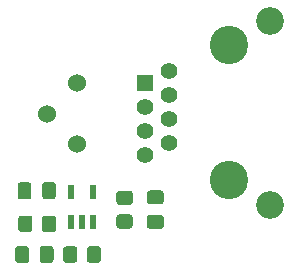
<source format=gbr>
%TF.GenerationSoftware,KiCad,Pcbnew,(5.1.8-0-10_14)*%
%TF.CreationDate,2021-03-11T09:36:11+11:00*%
%TF.ProjectId,Sensor,53656e73-6f72-42e6-9b69-6361645f7063,rev?*%
%TF.SameCoordinates,Original*%
%TF.FileFunction,Soldermask,Bot*%
%TF.FilePolarity,Negative*%
%FSLAX46Y46*%
G04 Gerber Fmt 4.6, Leading zero omitted, Abs format (unit mm)*
G04 Created by KiCad (PCBNEW (5.1.8-0-10_14)) date 2021-03-11 09:36:11*
%MOMM*%
%LPD*%
G01*
G04 APERTURE LIST*
%ADD10C,1.524000*%
%ADD11R,0.590000X1.210000*%
%ADD12C,2.355000*%
%ADD13C,3.250000*%
%ADD14C,1.398000*%
%ADD15R,1.398000X1.398000*%
G04 APERTURE END LIST*
D10*
%TO.C,D1*%
X208000000Y-83660000D03*
X210600000Y-86200000D03*
X210600000Y-81100000D03*
%TD*%
D11*
%TO.C,U1*%
X211950000Y-90345000D03*
X210050000Y-90345000D03*
X210050000Y-92855000D03*
X211000000Y-92855000D03*
X211950000Y-92855000D03*
%TD*%
%TO.C,R3*%
G36*
G01*
X215050001Y-91400000D02*
X214149999Y-91400000D01*
G75*
G02*
X213900000Y-91150001I0J249999D01*
G01*
X213900000Y-90449999D01*
G75*
G02*
X214149999Y-90200000I249999J0D01*
G01*
X215050001Y-90200000D01*
G75*
G02*
X215300000Y-90449999I0J-249999D01*
G01*
X215300000Y-91150001D01*
G75*
G02*
X215050001Y-91400000I-249999J0D01*
G01*
G37*
G36*
G01*
X215050001Y-93400000D02*
X214149999Y-93400000D01*
G75*
G02*
X213900000Y-93150001I0J249999D01*
G01*
X213900000Y-92449999D01*
G75*
G02*
X214149999Y-92200000I249999J0D01*
G01*
X215050001Y-92200000D01*
G75*
G02*
X215300000Y-92449999I0J-249999D01*
G01*
X215300000Y-93150001D01*
G75*
G02*
X215050001Y-93400000I-249999J0D01*
G01*
G37*
%TD*%
%TO.C,R2*%
G36*
G01*
X211400000Y-96050001D02*
X211400000Y-95149999D01*
G75*
G02*
X211649999Y-94900000I249999J0D01*
G01*
X212350001Y-94900000D01*
G75*
G02*
X212600000Y-95149999I0J-249999D01*
G01*
X212600000Y-96050001D01*
G75*
G02*
X212350001Y-96300000I-249999J0D01*
G01*
X211649999Y-96300000D01*
G75*
G02*
X211400000Y-96050001I0J249999D01*
G01*
G37*
G36*
G01*
X209400000Y-96050001D02*
X209400000Y-95149999D01*
G75*
G02*
X209649999Y-94900000I249999J0D01*
G01*
X210350001Y-94900000D01*
G75*
G02*
X210600000Y-95149999I0J-249999D01*
G01*
X210600000Y-96050001D01*
G75*
G02*
X210350001Y-96300000I-249999J0D01*
G01*
X209649999Y-96300000D01*
G75*
G02*
X209400000Y-96050001I0J249999D01*
G01*
G37*
%TD*%
%TO.C,R1*%
G36*
G01*
X206800000Y-92549999D02*
X206800000Y-93450001D01*
G75*
G02*
X206550001Y-93700000I-249999J0D01*
G01*
X205849999Y-93700000D01*
G75*
G02*
X205600000Y-93450001I0J249999D01*
G01*
X205600000Y-92549999D01*
G75*
G02*
X205849999Y-92300000I249999J0D01*
G01*
X206550001Y-92300000D01*
G75*
G02*
X206800000Y-92549999I0J-249999D01*
G01*
G37*
G36*
G01*
X208800000Y-92549999D02*
X208800000Y-93450001D01*
G75*
G02*
X208550001Y-93700000I-249999J0D01*
G01*
X207849999Y-93700000D01*
G75*
G02*
X207600000Y-93450001I0J249999D01*
G01*
X207600000Y-92549999D01*
G75*
G02*
X207849999Y-92300000I249999J0D01*
G01*
X208550001Y-92300000D01*
G75*
G02*
X208800000Y-92549999I0J-249999D01*
G01*
G37*
%TD*%
D12*
%TO.C,J1*%
X226910000Y-75800000D03*
X226910000Y-91400000D03*
D13*
X223400000Y-77885000D03*
X223400000Y-89315000D03*
D14*
X218400000Y-86135000D03*
X216370000Y-87155000D03*
X216370000Y-85125000D03*
X216370000Y-83095000D03*
X218400000Y-84105000D03*
X218400000Y-82075000D03*
X218400000Y-80045000D03*
D15*
X216370000Y-81065000D03*
%TD*%
%TO.C,C3*%
G36*
G01*
X207612500Y-90675000D02*
X207612500Y-89725000D01*
G75*
G02*
X207862500Y-89475000I250000J0D01*
G01*
X208537500Y-89475000D01*
G75*
G02*
X208787500Y-89725000I0J-250000D01*
G01*
X208787500Y-90675000D01*
G75*
G02*
X208537500Y-90925000I-250000J0D01*
G01*
X207862500Y-90925000D01*
G75*
G02*
X207612500Y-90675000I0J250000D01*
G01*
G37*
G36*
G01*
X205537500Y-90675000D02*
X205537500Y-89725000D01*
G75*
G02*
X205787500Y-89475000I250000J0D01*
G01*
X206462500Y-89475000D01*
G75*
G02*
X206712500Y-89725000I0J-250000D01*
G01*
X206712500Y-90675000D01*
G75*
G02*
X206462500Y-90925000I-250000J0D01*
G01*
X205787500Y-90925000D01*
G75*
G02*
X205537500Y-90675000I0J250000D01*
G01*
G37*
%TD*%
%TO.C,C2*%
G36*
G01*
X217675000Y-91350000D02*
X216725000Y-91350000D01*
G75*
G02*
X216475000Y-91100000I0J250000D01*
G01*
X216475000Y-90425000D01*
G75*
G02*
X216725000Y-90175000I250000J0D01*
G01*
X217675000Y-90175000D01*
G75*
G02*
X217925000Y-90425000I0J-250000D01*
G01*
X217925000Y-91100000D01*
G75*
G02*
X217675000Y-91350000I-250000J0D01*
G01*
G37*
G36*
G01*
X217675000Y-93425000D02*
X216725000Y-93425000D01*
G75*
G02*
X216475000Y-93175000I0J250000D01*
G01*
X216475000Y-92500000D01*
G75*
G02*
X216725000Y-92250000I250000J0D01*
G01*
X217675000Y-92250000D01*
G75*
G02*
X217925000Y-92500000I0J-250000D01*
G01*
X217925000Y-93175000D01*
G75*
G02*
X217675000Y-93425000I-250000J0D01*
G01*
G37*
%TD*%
%TO.C,C1*%
G36*
G01*
X206512500Y-95125000D02*
X206512500Y-96075000D01*
G75*
G02*
X206262500Y-96325000I-250000J0D01*
G01*
X205587500Y-96325000D01*
G75*
G02*
X205337500Y-96075000I0J250000D01*
G01*
X205337500Y-95125000D01*
G75*
G02*
X205587500Y-94875000I250000J0D01*
G01*
X206262500Y-94875000D01*
G75*
G02*
X206512500Y-95125000I0J-250000D01*
G01*
G37*
G36*
G01*
X208587500Y-95125000D02*
X208587500Y-96075000D01*
G75*
G02*
X208337500Y-96325000I-250000J0D01*
G01*
X207662500Y-96325000D01*
G75*
G02*
X207412500Y-96075000I0J250000D01*
G01*
X207412500Y-95125000D01*
G75*
G02*
X207662500Y-94875000I250000J0D01*
G01*
X208337500Y-94875000D01*
G75*
G02*
X208587500Y-95125000I0J-250000D01*
G01*
G37*
%TD*%
M02*

</source>
